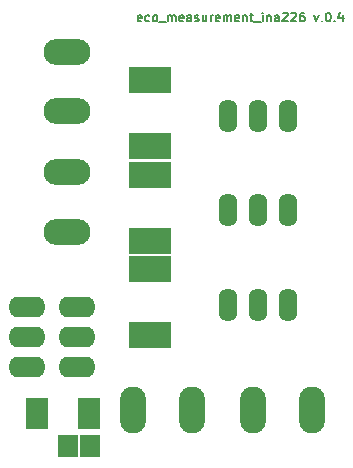
<source format=gts>
G04 #@! TF.GenerationSoftware,KiCad,Pcbnew,5.1.5*
G04 #@! TF.CreationDate,2020-04-17T15:55:13+02:00*
G04 #@! TF.ProjectId,eco_measurement_ina226,65636f5f-6d65-4617-9375-72656d656e74,rev?*
G04 #@! TF.SameCoordinates,Original*
G04 #@! TF.FileFunction,Soldermask,Top*
G04 #@! TF.FilePolarity,Negative*
%FSLAX46Y46*%
G04 Gerber Fmt 4.6, Leading zero omitted, Abs format (unit mm)*
G04 Created by KiCad (PCBNEW 5.1.5) date 2020-04-17 15:55:13*
%MOMM*%
%LPD*%
G04 APERTURE LIST*
%ADD10C,0.152400*%
%ADD11R,3.600000X2.200000*%
%ADD12R,1.850000X0.700000*%
%ADD13O,2.190700X3.981400*%
%ADD14O,3.981400X2.190700*%
%ADD15O,3.143200X1.771600*%
%ADD16R,1.700000X1.900000*%
%ADD17O,1.600000X2.800000*%
G04 APERTURE END LIST*
D10*
X148137345Y-84002571D02*
X148065917Y-84038285D01*
X147923060Y-84038285D01*
X147851631Y-84002571D01*
X147815917Y-83931142D01*
X147815917Y-83645428D01*
X147851631Y-83574000D01*
X147923060Y-83538285D01*
X148065917Y-83538285D01*
X148137345Y-83574000D01*
X148173060Y-83645428D01*
X148173060Y-83716857D01*
X147815917Y-83788285D01*
X148815917Y-84002571D02*
X148744488Y-84038285D01*
X148601631Y-84038285D01*
X148530202Y-84002571D01*
X148494488Y-83966857D01*
X148458774Y-83895428D01*
X148458774Y-83681142D01*
X148494488Y-83609714D01*
X148530202Y-83574000D01*
X148601631Y-83538285D01*
X148744488Y-83538285D01*
X148815917Y-83574000D01*
X149244488Y-84038285D02*
X149173060Y-84002571D01*
X149137345Y-83966857D01*
X149101631Y-83895428D01*
X149101631Y-83681142D01*
X149137345Y-83609714D01*
X149173060Y-83574000D01*
X149244488Y-83538285D01*
X149351631Y-83538285D01*
X149423060Y-83574000D01*
X149458774Y-83609714D01*
X149494488Y-83681142D01*
X149494488Y-83895428D01*
X149458774Y-83966857D01*
X149423060Y-84002571D01*
X149351631Y-84038285D01*
X149244488Y-84038285D01*
X149637345Y-84109714D02*
X150208774Y-84109714D01*
X150387345Y-84038285D02*
X150387345Y-83538285D01*
X150387345Y-83609714D02*
X150423060Y-83574000D01*
X150494488Y-83538285D01*
X150601631Y-83538285D01*
X150673060Y-83574000D01*
X150708774Y-83645428D01*
X150708774Y-84038285D01*
X150708774Y-83645428D02*
X150744488Y-83574000D01*
X150815917Y-83538285D01*
X150923060Y-83538285D01*
X150994488Y-83574000D01*
X151030202Y-83645428D01*
X151030202Y-84038285D01*
X151673060Y-84002571D02*
X151601631Y-84038285D01*
X151458774Y-84038285D01*
X151387345Y-84002571D01*
X151351631Y-83931142D01*
X151351631Y-83645428D01*
X151387345Y-83574000D01*
X151458774Y-83538285D01*
X151601631Y-83538285D01*
X151673060Y-83574000D01*
X151708774Y-83645428D01*
X151708774Y-83716857D01*
X151351631Y-83788285D01*
X152351631Y-84038285D02*
X152351631Y-83645428D01*
X152315917Y-83574000D01*
X152244488Y-83538285D01*
X152101631Y-83538285D01*
X152030202Y-83574000D01*
X152351631Y-84002571D02*
X152280202Y-84038285D01*
X152101631Y-84038285D01*
X152030202Y-84002571D01*
X151994488Y-83931142D01*
X151994488Y-83859714D01*
X152030202Y-83788285D01*
X152101631Y-83752571D01*
X152280202Y-83752571D01*
X152351631Y-83716857D01*
X152673060Y-84002571D02*
X152744488Y-84038285D01*
X152887345Y-84038285D01*
X152958774Y-84002571D01*
X152994488Y-83931142D01*
X152994488Y-83895428D01*
X152958774Y-83824000D01*
X152887345Y-83788285D01*
X152780202Y-83788285D01*
X152708774Y-83752571D01*
X152673060Y-83681142D01*
X152673060Y-83645428D01*
X152708774Y-83574000D01*
X152780202Y-83538285D01*
X152887345Y-83538285D01*
X152958774Y-83574000D01*
X153637345Y-83538285D02*
X153637345Y-84038285D01*
X153315917Y-83538285D02*
X153315917Y-83931142D01*
X153351631Y-84002571D01*
X153423060Y-84038285D01*
X153530202Y-84038285D01*
X153601631Y-84002571D01*
X153637345Y-83966857D01*
X153994488Y-84038285D02*
X153994488Y-83538285D01*
X153994488Y-83681142D02*
X154030202Y-83609714D01*
X154065917Y-83574000D01*
X154137345Y-83538285D01*
X154208774Y-83538285D01*
X154744488Y-84002571D02*
X154673060Y-84038285D01*
X154530202Y-84038285D01*
X154458774Y-84002571D01*
X154423060Y-83931142D01*
X154423060Y-83645428D01*
X154458774Y-83574000D01*
X154530202Y-83538285D01*
X154673060Y-83538285D01*
X154744488Y-83574000D01*
X154780202Y-83645428D01*
X154780202Y-83716857D01*
X154423060Y-83788285D01*
X155101631Y-84038285D02*
X155101631Y-83538285D01*
X155101631Y-83609714D02*
X155137345Y-83574000D01*
X155208774Y-83538285D01*
X155315917Y-83538285D01*
X155387345Y-83574000D01*
X155423060Y-83645428D01*
X155423060Y-84038285D01*
X155423060Y-83645428D02*
X155458774Y-83574000D01*
X155530202Y-83538285D01*
X155637345Y-83538285D01*
X155708774Y-83574000D01*
X155744488Y-83645428D01*
X155744488Y-84038285D01*
X156387345Y-84002571D02*
X156315917Y-84038285D01*
X156173060Y-84038285D01*
X156101631Y-84002571D01*
X156065917Y-83931142D01*
X156065917Y-83645428D01*
X156101631Y-83574000D01*
X156173060Y-83538285D01*
X156315917Y-83538285D01*
X156387345Y-83574000D01*
X156423060Y-83645428D01*
X156423060Y-83716857D01*
X156065917Y-83788285D01*
X156744488Y-83538285D02*
X156744488Y-84038285D01*
X156744488Y-83609714D02*
X156780202Y-83574000D01*
X156851631Y-83538285D01*
X156958774Y-83538285D01*
X157030202Y-83574000D01*
X157065917Y-83645428D01*
X157065917Y-84038285D01*
X157315917Y-83538285D02*
X157601631Y-83538285D01*
X157423060Y-83288285D02*
X157423060Y-83931142D01*
X157458774Y-84002571D01*
X157530202Y-84038285D01*
X157601631Y-84038285D01*
X157673060Y-84109714D02*
X158244488Y-84109714D01*
X158423060Y-84038285D02*
X158423060Y-83538285D01*
X158423060Y-83288285D02*
X158387345Y-83324000D01*
X158423060Y-83359714D01*
X158458774Y-83324000D01*
X158423060Y-83288285D01*
X158423060Y-83359714D01*
X158780202Y-83538285D02*
X158780202Y-84038285D01*
X158780202Y-83609714D02*
X158815917Y-83574000D01*
X158887345Y-83538285D01*
X158994488Y-83538285D01*
X159065917Y-83574000D01*
X159101631Y-83645428D01*
X159101631Y-84038285D01*
X159780202Y-84038285D02*
X159780202Y-83645428D01*
X159744488Y-83574000D01*
X159673060Y-83538285D01*
X159530202Y-83538285D01*
X159458774Y-83574000D01*
X159780202Y-84002571D02*
X159708774Y-84038285D01*
X159530202Y-84038285D01*
X159458774Y-84002571D01*
X159423060Y-83931142D01*
X159423060Y-83859714D01*
X159458774Y-83788285D01*
X159530202Y-83752571D01*
X159708774Y-83752571D01*
X159780202Y-83716857D01*
X160101631Y-83359714D02*
X160137345Y-83324000D01*
X160208774Y-83288285D01*
X160387345Y-83288285D01*
X160458774Y-83324000D01*
X160494488Y-83359714D01*
X160530202Y-83431142D01*
X160530202Y-83502571D01*
X160494488Y-83609714D01*
X160065917Y-84038285D01*
X160530202Y-84038285D01*
X160815917Y-83359714D02*
X160851631Y-83324000D01*
X160923060Y-83288285D01*
X161101631Y-83288285D01*
X161173060Y-83324000D01*
X161208774Y-83359714D01*
X161244488Y-83431142D01*
X161244488Y-83502571D01*
X161208774Y-83609714D01*
X160780202Y-84038285D01*
X161244488Y-84038285D01*
X161887345Y-83288285D02*
X161744488Y-83288285D01*
X161673060Y-83324000D01*
X161637345Y-83359714D01*
X161565917Y-83466857D01*
X161530202Y-83609714D01*
X161530202Y-83895428D01*
X161565917Y-83966857D01*
X161601631Y-84002571D01*
X161673060Y-84038285D01*
X161815917Y-84038285D01*
X161887345Y-84002571D01*
X161923060Y-83966857D01*
X161958774Y-83895428D01*
X161958774Y-83716857D01*
X161923060Y-83645428D01*
X161887345Y-83609714D01*
X161815917Y-83574000D01*
X161673060Y-83574000D01*
X161601631Y-83609714D01*
X161565917Y-83645428D01*
X161530202Y-83716857D01*
X162780202Y-83538285D02*
X162958774Y-84038285D01*
X163137345Y-83538285D01*
X163423060Y-83966857D02*
X163458774Y-84002571D01*
X163423060Y-84038285D01*
X163387345Y-84002571D01*
X163423060Y-83966857D01*
X163423060Y-84038285D01*
X163923060Y-83288285D02*
X163994488Y-83288285D01*
X164065917Y-83324000D01*
X164101631Y-83359714D01*
X164137345Y-83431142D01*
X164173060Y-83574000D01*
X164173060Y-83752571D01*
X164137345Y-83895428D01*
X164101631Y-83966857D01*
X164065917Y-84002571D01*
X163994488Y-84038285D01*
X163923060Y-84038285D01*
X163851631Y-84002571D01*
X163815917Y-83966857D01*
X163780202Y-83895428D01*
X163744488Y-83752571D01*
X163744488Y-83574000D01*
X163780202Y-83431142D01*
X163815917Y-83359714D01*
X163851631Y-83324000D01*
X163923060Y-83288285D01*
X164494488Y-83966857D02*
X164530202Y-84002571D01*
X164494488Y-84038285D01*
X164458774Y-84002571D01*
X164494488Y-83966857D01*
X164494488Y-84038285D01*
X165173060Y-83538285D02*
X165173060Y-84038285D01*
X164994488Y-83252571D02*
X164815917Y-83788285D01*
X165280202Y-83788285D01*
D11*
X148851100Y-105028600D03*
X148851100Y-110628600D03*
X148851100Y-97003600D03*
X148851100Y-102603600D03*
X148851100Y-88978600D03*
X148851100Y-94578600D03*
D12*
X139316900Y-116242100D03*
X139316900Y-116742100D03*
X139316900Y-118242100D03*
X139316900Y-117742100D03*
X143716900Y-118242100D03*
X143716900Y-117742100D03*
X143716900Y-116242100D03*
X143716900Y-116742100D03*
X139316900Y-117242100D03*
X143716900Y-117242100D03*
D13*
X152426100Y-116948600D03*
X147426100Y-116948600D03*
X162601100Y-116948600D03*
X157601100Y-116948600D03*
D14*
X141831100Y-91653600D03*
X141831100Y-86653600D03*
X141831100Y-101832100D03*
X141831100Y-96832100D03*
D15*
X142701100Y-108188600D03*
X142701100Y-110728600D03*
X142701100Y-113268600D03*
X138451100Y-108188600D03*
X138451100Y-110728600D03*
X138451100Y-113268600D03*
D16*
X141888400Y-119958500D03*
X143788400Y-119958500D03*
D17*
X155511100Y-108028600D03*
X158051100Y-108028600D03*
X160591100Y-108028600D03*
X155511100Y-100028600D03*
X158051100Y-100028600D03*
X160591100Y-100028600D03*
X155511100Y-92028600D03*
X158051100Y-92028600D03*
X160591100Y-92028600D03*
M02*

</source>
